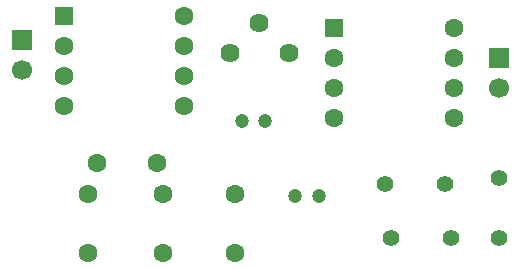
<source format=gbr>
%TF.GenerationSoftware,KiCad,Pcbnew,9.0.6*%
%TF.CreationDate,2025-12-16T12:18:39+05:30*%
%TF.ProjectId,Headphone Amplifier,48656164-7068-46f6-9e65-20416d706c69,rev?*%
%TF.SameCoordinates,Original*%
%TF.FileFunction,Soldermask,Bot*%
%TF.FilePolarity,Negative*%
%FSLAX46Y46*%
G04 Gerber Fmt 4.6, Leading zero omitted, Abs format (unit mm)*
G04 Created by KiCad (PCBNEW 9.0.6) date 2025-12-16 12:18:39*
%MOMM*%
%LPD*%
G01*
G04 APERTURE LIST*
G04 Aperture macros list*
%AMRoundRect*
0 Rectangle with rounded corners*
0 $1 Rounding radius*
0 $2 $3 $4 $5 $6 $7 $8 $9 X,Y pos of 4 corners*
0 Add a 4 corners polygon primitive as box body*
4,1,4,$2,$3,$4,$5,$6,$7,$8,$9,$2,$3,0*
0 Add four circle primitives for the rounded corners*
1,1,$1+$1,$2,$3*
1,1,$1+$1,$4,$5*
1,1,$1+$1,$6,$7*
1,1,$1+$1,$8,$9*
0 Add four rect primitives between the rounded corners*
20,1,$1+$1,$2,$3,$4,$5,0*
20,1,$1+$1,$4,$5,$6,$7,0*
20,1,$1+$1,$6,$7,$8,$9,0*
20,1,$1+$1,$8,$9,$2,$3,0*%
G04 Aperture macros list end*
%ADD10C,1.600000*%
%ADD11C,1.400000*%
%ADD12C,1.200000*%
%ADD13RoundRect,0.250000X-0.550000X-0.550000X0.550000X-0.550000X0.550000X0.550000X-0.550000X0.550000X0*%
%ADD14R,1.700000X1.700000*%
%ADD15C,1.700000*%
%ADD16C,1.620000*%
G04 APERTURE END LIST*
D10*
%TO.C,C2*%
X150876000Y-64018000D03*
X150876000Y-59018000D03*
%TD*%
%TO.C,C1*%
X151638000Y-56388000D03*
X156638000Y-56388000D03*
%TD*%
%TO.C,C3*%
X157226000Y-64018000D03*
X157226000Y-59018000D03*
%TD*%
D11*
%TO.C,R3*%
X185674000Y-62738000D03*
X185674000Y-57658000D03*
%TD*%
D12*
%TO.C,C6*%
X168402000Y-59182000D03*
X170402000Y-59182000D03*
%TD*%
%TO.C,C5*%
X163846000Y-52832000D03*
X165846000Y-52832000D03*
%TD*%
D13*
%TO.C,U1*%
X148844000Y-43942000D03*
D10*
X148844000Y-46482000D03*
X148844000Y-49022000D03*
X148844000Y-51562000D03*
X159004000Y-51562000D03*
X159004000Y-49022000D03*
X159004000Y-46482000D03*
X159004000Y-43942000D03*
%TD*%
D11*
%TO.C,R2*%
X181102000Y-58166000D03*
X176022000Y-58166000D03*
%TD*%
D14*
%TO.C,J1*%
X145288000Y-45969000D03*
D15*
X145288000Y-48509000D03*
%TD*%
D16*
%TO.C,RV1*%
X162854000Y-47070000D03*
X165354000Y-44570000D03*
X167854000Y-47070000D03*
%TD*%
D13*
%TO.C,U2*%
X171704000Y-44958000D03*
D10*
X171704000Y-47498000D03*
X171704000Y-50038000D03*
X171704000Y-52578000D03*
X181864000Y-52578000D03*
X181864000Y-50038000D03*
X181864000Y-47498000D03*
X181864000Y-44958000D03*
%TD*%
D14*
%TO.C,J2*%
X185674000Y-47498000D03*
D15*
X185674000Y-50038000D03*
%TD*%
D11*
%TO.C,R1*%
X181610000Y-62738000D03*
X176530000Y-62738000D03*
%TD*%
D10*
%TO.C,C4*%
X163322000Y-63978000D03*
X163322000Y-58978000D03*
%TD*%
M02*

</source>
